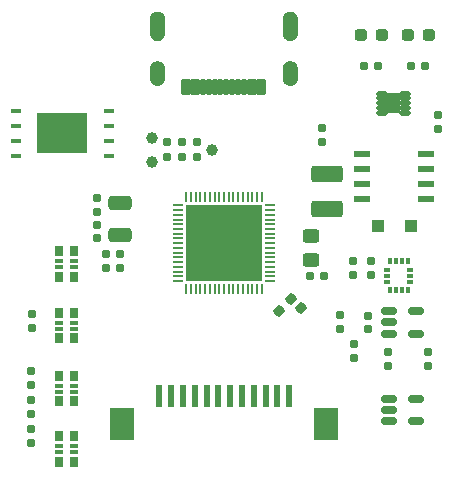
<source format=gts>
G04 #@! TF.GenerationSoftware,KiCad,Pcbnew,8.0.4*
G04 #@! TF.CreationDate,2024-10-04T10:02:04-04:00*
G04 #@! TF.ProjectId,BlueSTM32,426c7565-5354-44d3-9332-2e6b69636164,rev?*
G04 #@! TF.SameCoordinates,Original*
G04 #@! TF.FileFunction,Soldermask,Top*
G04 #@! TF.FilePolarity,Negative*
%FSLAX46Y46*%
G04 Gerber Fmt 4.6, Leading zero omitted, Abs format (unit mm)*
G04 Created by KiCad (PCBNEW 8.0.4) date 2024-10-04 10:02:04*
%MOMM*%
%LPD*%
G01*
G04 APERTURE LIST*
G04 Aperture macros list*
%AMRoundRect*
0 Rectangle with rounded corners*
0 $1 Rounding radius*
0 $2 $3 $4 $5 $6 $7 $8 $9 X,Y pos of 4 corners*
0 Add a 4 corners polygon primitive as box body*
4,1,4,$2,$3,$4,$5,$6,$7,$8,$9,$2,$3,0*
0 Add four circle primitives for the rounded corners*
1,1,$1+$1,$2,$3*
1,1,$1+$1,$4,$5*
1,1,$1+$1,$6,$7*
1,1,$1+$1,$8,$9*
0 Add four rect primitives between the rounded corners*
20,1,$1+$1,$2,$3,$4,$5,0*
20,1,$1+$1,$4,$5,$6,$7,0*
20,1,$1+$1,$6,$7,$8,$9,0*
20,1,$1+$1,$8,$9,$2,$3,0*%
G04 Aperture macros list end*
%ADD10C,0.010000*%
%ADD11RoundRect,0.102000X0.150000X0.550000X-0.150000X0.550000X-0.150000X-0.550000X0.150000X-0.550000X0*%
%ADD12RoundRect,0.102000X0.300000X0.550000X-0.300000X0.550000X-0.300000X-0.550000X0.300000X-0.550000X0*%
%ADD13RoundRect,0.102000X-0.380000X-0.110000X0.380000X-0.110000X0.380000X0.110000X-0.380000X0.110000X0*%
%ADD14RoundRect,0.102000X-0.450000X-0.750000X0.450000X-0.750000X0.450000X0.750000X-0.450000X0.750000X0*%
%ADD15RoundRect,0.155000X-0.212500X-0.155000X0.212500X-0.155000X0.212500X0.155000X-0.212500X0.155000X0*%
%ADD16R,0.736600X0.965200*%
%ADD17R,0.736600X0.355600*%
%ADD18RoundRect,0.250000X0.300000X0.300000X-0.300000X0.300000X-0.300000X-0.300000X0.300000X-0.300000X0*%
%ADD19RoundRect,0.062500X-0.400000X-0.062500X0.400000X-0.062500X0.400000X0.062500X-0.400000X0.062500X0*%
%ADD20RoundRect,0.062500X-0.062500X-0.400000X0.062500X-0.400000X0.062500X0.400000X-0.062500X0.400000X0*%
%ADD21R,6.400000X6.400000*%
%ADD22RoundRect,0.160000X-0.160000X0.197500X-0.160000X-0.197500X0.160000X-0.197500X0.160000X0.197500X0*%
%ADD23RoundRect,0.155000X0.155000X-0.212500X0.155000X0.212500X-0.155000X0.212500X-0.155000X-0.212500X0*%
%ADD24RoundRect,0.200000X-0.017678X-0.300520X0.300520X0.017678X0.017678X0.300520X-0.300520X-0.017678X0*%
%ADD25RoundRect,0.150000X-0.512500X-0.150000X0.512500X-0.150000X0.512500X0.150000X-0.512500X0.150000X0*%
%ADD26RoundRect,0.250001X-1.074999X0.462499X-1.074999X-0.462499X1.074999X-0.462499X1.074999X0.462499X0*%
%ADD27C,0.990600*%
%ADD28C,0.787400*%
%ADD29RoundRect,0.160000X0.197500X0.160000X-0.197500X0.160000X-0.197500X-0.160000X0.197500X-0.160000X0*%
%ADD30RoundRect,0.300000X-0.700000X0.300000X-0.700000X-0.300000X0.700000X-0.300000X0.700000X0.300000X0*%
%ADD31R,0.351536X0.576580*%
%ADD32R,0.576580X0.351536*%
%ADD33RoundRect,0.250000X-0.450000X0.325000X-0.450000X-0.325000X0.450000X-0.325000X0.450000X0.325000X0*%
%ADD34R,0.863600X0.431800*%
%ADD35R,4.343400X3.454400*%
%ADD36R,1.460500X0.533400*%
%ADD37RoundRect,0.160000X0.160000X-0.197500X0.160000X0.197500X-0.160000X0.197500X-0.160000X-0.197500X0*%
%ADD38R,0.600000X1.900000*%
%ADD39R,2.100000X2.799999*%
%ADD40RoundRect,0.237500X-0.287500X-0.237500X0.287500X-0.237500X0.287500X0.237500X-0.287500X0.237500X0*%
%ADD41RoundRect,0.155000X-0.155000X0.212500X-0.155000X-0.212500X0.155000X-0.212500X0.155000X0.212500X0*%
G04 APERTURE END LIST*
D10*
X164361000Y-100401000D02*
X164393000Y-100403000D01*
X164424000Y-100407000D01*
X164455000Y-100413000D01*
X164485000Y-100420000D01*
X164515000Y-100429000D01*
X164545000Y-100440000D01*
X164574000Y-100452000D01*
X164602000Y-100465000D01*
X164630000Y-100480000D01*
X164657000Y-100497000D01*
X164683000Y-100515000D01*
X164708000Y-100534000D01*
X164731000Y-100554000D01*
X164754000Y-100576000D01*
X164776000Y-100599000D01*
X164796000Y-100622000D01*
X164815000Y-100647000D01*
X164833000Y-100673000D01*
X164850000Y-100700000D01*
X164865000Y-100728000D01*
X164878000Y-100756000D01*
X164890000Y-100785000D01*
X164901000Y-100815000D01*
X164910000Y-100845000D01*
X164917000Y-100875000D01*
X164923000Y-100906000D01*
X164927000Y-100937000D01*
X164929000Y-100969000D01*
X164930000Y-101000000D01*
X164930000Y-101600000D01*
X164930000Y-102200000D01*
X164929000Y-102231000D01*
X164927000Y-102263000D01*
X164923000Y-102294000D01*
X164917000Y-102325000D01*
X164910000Y-102355000D01*
X164901000Y-102385000D01*
X164890000Y-102415000D01*
X164878000Y-102444000D01*
X164865000Y-102472000D01*
X164850000Y-102500000D01*
X164833000Y-102527000D01*
X164815000Y-102553000D01*
X164796000Y-102578000D01*
X164776000Y-102601000D01*
X164754000Y-102624000D01*
X164731000Y-102646000D01*
X164708000Y-102666000D01*
X164683000Y-102685000D01*
X164657000Y-102703000D01*
X164630000Y-102720000D01*
X164602000Y-102735000D01*
X164574000Y-102748000D01*
X164545000Y-102760000D01*
X164515000Y-102771000D01*
X164485000Y-102780000D01*
X164455000Y-102787000D01*
X164424000Y-102793000D01*
X164393000Y-102797000D01*
X164361000Y-102799000D01*
X164330000Y-102800000D01*
X164299000Y-102799000D01*
X164267000Y-102797000D01*
X164236000Y-102793000D01*
X164205000Y-102787000D01*
X164175000Y-102780000D01*
X164145000Y-102771000D01*
X164115000Y-102760000D01*
X164086000Y-102748000D01*
X164058000Y-102735000D01*
X164030000Y-102720000D01*
X164003000Y-102703000D01*
X163977000Y-102685000D01*
X163952000Y-102666000D01*
X163929000Y-102646000D01*
X163906000Y-102624000D01*
X163884000Y-102601000D01*
X163864000Y-102578000D01*
X163845000Y-102553000D01*
X163827000Y-102527000D01*
X163810000Y-102500000D01*
X163795000Y-102472000D01*
X163782000Y-102444000D01*
X163770000Y-102415000D01*
X163759000Y-102385000D01*
X163750000Y-102355000D01*
X163743000Y-102325000D01*
X163737000Y-102294000D01*
X163733000Y-102263000D01*
X163731000Y-102231000D01*
X163730000Y-102200000D01*
X163730000Y-101600000D01*
X163730000Y-101000000D01*
X163731000Y-100969000D01*
X163733000Y-100937000D01*
X163737000Y-100906000D01*
X163743000Y-100875000D01*
X163750000Y-100845000D01*
X163759000Y-100815000D01*
X163770000Y-100785000D01*
X163782000Y-100756000D01*
X163795000Y-100728000D01*
X163810000Y-100700000D01*
X163827000Y-100673000D01*
X163845000Y-100647000D01*
X163864000Y-100622000D01*
X163884000Y-100599000D01*
X163906000Y-100576000D01*
X163929000Y-100554000D01*
X163952000Y-100534000D01*
X163977000Y-100515000D01*
X164003000Y-100497000D01*
X164030000Y-100480000D01*
X164058000Y-100465000D01*
X164086000Y-100452000D01*
X164115000Y-100440000D01*
X164145000Y-100429000D01*
X164175000Y-100420000D01*
X164205000Y-100413000D01*
X164236000Y-100407000D01*
X164267000Y-100403000D01*
X164299000Y-100401000D01*
X164330000Y-100400000D01*
X164361000Y-100401000D01*
G36*
X164361000Y-100401000D02*
G01*
X164393000Y-100403000D01*
X164424000Y-100407000D01*
X164455000Y-100413000D01*
X164485000Y-100420000D01*
X164515000Y-100429000D01*
X164545000Y-100440000D01*
X164574000Y-100452000D01*
X164602000Y-100465000D01*
X164630000Y-100480000D01*
X164657000Y-100497000D01*
X164683000Y-100515000D01*
X164708000Y-100534000D01*
X164731000Y-100554000D01*
X164754000Y-100576000D01*
X164776000Y-100599000D01*
X164796000Y-100622000D01*
X164815000Y-100647000D01*
X164833000Y-100673000D01*
X164850000Y-100700000D01*
X164865000Y-100728000D01*
X164878000Y-100756000D01*
X164890000Y-100785000D01*
X164901000Y-100815000D01*
X164910000Y-100845000D01*
X164917000Y-100875000D01*
X164923000Y-100906000D01*
X164927000Y-100937000D01*
X164929000Y-100969000D01*
X164930000Y-101000000D01*
X164930000Y-101600000D01*
X164930000Y-102200000D01*
X164929000Y-102231000D01*
X164927000Y-102263000D01*
X164923000Y-102294000D01*
X164917000Y-102325000D01*
X164910000Y-102355000D01*
X164901000Y-102385000D01*
X164890000Y-102415000D01*
X164878000Y-102444000D01*
X164865000Y-102472000D01*
X164850000Y-102500000D01*
X164833000Y-102527000D01*
X164815000Y-102553000D01*
X164796000Y-102578000D01*
X164776000Y-102601000D01*
X164754000Y-102624000D01*
X164731000Y-102646000D01*
X164708000Y-102666000D01*
X164683000Y-102685000D01*
X164657000Y-102703000D01*
X164630000Y-102720000D01*
X164602000Y-102735000D01*
X164574000Y-102748000D01*
X164545000Y-102760000D01*
X164515000Y-102771000D01*
X164485000Y-102780000D01*
X164455000Y-102787000D01*
X164424000Y-102793000D01*
X164393000Y-102797000D01*
X164361000Y-102799000D01*
X164330000Y-102800000D01*
X164299000Y-102799000D01*
X164267000Y-102797000D01*
X164236000Y-102793000D01*
X164205000Y-102787000D01*
X164175000Y-102780000D01*
X164145000Y-102771000D01*
X164115000Y-102760000D01*
X164086000Y-102748000D01*
X164058000Y-102735000D01*
X164030000Y-102720000D01*
X164003000Y-102703000D01*
X163977000Y-102685000D01*
X163952000Y-102666000D01*
X163929000Y-102646000D01*
X163906000Y-102624000D01*
X163884000Y-102601000D01*
X163864000Y-102578000D01*
X163845000Y-102553000D01*
X163827000Y-102527000D01*
X163810000Y-102500000D01*
X163795000Y-102472000D01*
X163782000Y-102444000D01*
X163770000Y-102415000D01*
X163759000Y-102385000D01*
X163750000Y-102355000D01*
X163743000Y-102325000D01*
X163737000Y-102294000D01*
X163733000Y-102263000D01*
X163731000Y-102231000D01*
X163730000Y-102200000D01*
X163730000Y-101600000D01*
X163730000Y-101000000D01*
X163731000Y-100969000D01*
X163733000Y-100937000D01*
X163737000Y-100906000D01*
X163743000Y-100875000D01*
X163750000Y-100845000D01*
X163759000Y-100815000D01*
X163770000Y-100785000D01*
X163782000Y-100756000D01*
X163795000Y-100728000D01*
X163810000Y-100700000D01*
X163827000Y-100673000D01*
X163845000Y-100647000D01*
X163864000Y-100622000D01*
X163884000Y-100599000D01*
X163906000Y-100576000D01*
X163929000Y-100554000D01*
X163952000Y-100534000D01*
X163977000Y-100515000D01*
X164003000Y-100497000D01*
X164030000Y-100480000D01*
X164058000Y-100465000D01*
X164086000Y-100452000D01*
X164115000Y-100440000D01*
X164145000Y-100429000D01*
X164175000Y-100420000D01*
X164205000Y-100413000D01*
X164236000Y-100407000D01*
X164267000Y-100403000D01*
X164299000Y-100401000D01*
X164330000Y-100400000D01*
X164361000Y-100401000D01*
G37*
X175601000Y-104601000D02*
X175633000Y-104603000D01*
X175664000Y-104607000D01*
X175695000Y-104613000D01*
X175725000Y-104620000D01*
X175755000Y-104629000D01*
X175785000Y-104640000D01*
X175814000Y-104652000D01*
X175842000Y-104665000D01*
X175870000Y-104680000D01*
X175897000Y-104697000D01*
X175923000Y-104715000D01*
X175948000Y-104734000D01*
X175971000Y-104754000D01*
X175994000Y-104776000D01*
X176016000Y-104799000D01*
X176036000Y-104822000D01*
X176055000Y-104847000D01*
X176073000Y-104873000D01*
X176090000Y-104900000D01*
X176105000Y-104928000D01*
X176118000Y-104956000D01*
X176130000Y-104985000D01*
X176141000Y-105015000D01*
X176150000Y-105045000D01*
X176157000Y-105075000D01*
X176163000Y-105106000D01*
X176167000Y-105137000D01*
X176169000Y-105169000D01*
X176170000Y-105200000D01*
X176170000Y-106000000D01*
X176169000Y-106031000D01*
X176167000Y-106063000D01*
X176163000Y-106094000D01*
X176157000Y-106125000D01*
X176150000Y-106155000D01*
X176141000Y-106185000D01*
X176130000Y-106215000D01*
X176118000Y-106244000D01*
X176105000Y-106272000D01*
X176090000Y-106300000D01*
X176073000Y-106327000D01*
X176055000Y-106353000D01*
X176036000Y-106378000D01*
X176016000Y-106401000D01*
X175994000Y-106424000D01*
X175971000Y-106446000D01*
X175948000Y-106466000D01*
X175923000Y-106485000D01*
X175897000Y-106503000D01*
X175870000Y-106520000D01*
X175842000Y-106535000D01*
X175814000Y-106548000D01*
X175785000Y-106560000D01*
X175755000Y-106571000D01*
X175725000Y-106580000D01*
X175695000Y-106587000D01*
X175664000Y-106593000D01*
X175633000Y-106597000D01*
X175601000Y-106599000D01*
X175570000Y-106600000D01*
X175539000Y-106599000D01*
X175507000Y-106597000D01*
X175476000Y-106593000D01*
X175445000Y-106587000D01*
X175415000Y-106580000D01*
X175385000Y-106571000D01*
X175355000Y-106560000D01*
X175326000Y-106548000D01*
X175298000Y-106535000D01*
X175270000Y-106520000D01*
X175243000Y-106503000D01*
X175217000Y-106485000D01*
X175192000Y-106466000D01*
X175169000Y-106446000D01*
X175146000Y-106424000D01*
X175124000Y-106401000D01*
X175104000Y-106378000D01*
X175085000Y-106353000D01*
X175067000Y-106327000D01*
X175050000Y-106300000D01*
X175035000Y-106272000D01*
X175022000Y-106244000D01*
X175010000Y-106215000D01*
X174999000Y-106185000D01*
X174990000Y-106155000D01*
X174983000Y-106125000D01*
X174977000Y-106094000D01*
X174973000Y-106063000D01*
X174971000Y-106031000D01*
X174970000Y-106000000D01*
X174970000Y-105200000D01*
X174971000Y-105169000D01*
X174973000Y-105137000D01*
X174977000Y-105106000D01*
X174983000Y-105075000D01*
X174990000Y-105045000D01*
X174999000Y-105015000D01*
X175010000Y-104985000D01*
X175022000Y-104956000D01*
X175035000Y-104928000D01*
X175050000Y-104900000D01*
X175067000Y-104873000D01*
X175085000Y-104847000D01*
X175104000Y-104822000D01*
X175124000Y-104799000D01*
X175146000Y-104776000D01*
X175169000Y-104754000D01*
X175192000Y-104734000D01*
X175217000Y-104715000D01*
X175243000Y-104697000D01*
X175270000Y-104680000D01*
X175298000Y-104665000D01*
X175326000Y-104652000D01*
X175355000Y-104640000D01*
X175385000Y-104629000D01*
X175415000Y-104620000D01*
X175445000Y-104613000D01*
X175476000Y-104607000D01*
X175507000Y-104603000D01*
X175539000Y-104601000D01*
X175570000Y-104600000D01*
X175601000Y-104601000D01*
G36*
X175601000Y-104601000D02*
G01*
X175633000Y-104603000D01*
X175664000Y-104607000D01*
X175695000Y-104613000D01*
X175725000Y-104620000D01*
X175755000Y-104629000D01*
X175785000Y-104640000D01*
X175814000Y-104652000D01*
X175842000Y-104665000D01*
X175870000Y-104680000D01*
X175897000Y-104697000D01*
X175923000Y-104715000D01*
X175948000Y-104734000D01*
X175971000Y-104754000D01*
X175994000Y-104776000D01*
X176016000Y-104799000D01*
X176036000Y-104822000D01*
X176055000Y-104847000D01*
X176073000Y-104873000D01*
X176090000Y-104900000D01*
X176105000Y-104928000D01*
X176118000Y-104956000D01*
X176130000Y-104985000D01*
X176141000Y-105015000D01*
X176150000Y-105045000D01*
X176157000Y-105075000D01*
X176163000Y-105106000D01*
X176167000Y-105137000D01*
X176169000Y-105169000D01*
X176170000Y-105200000D01*
X176170000Y-106000000D01*
X176169000Y-106031000D01*
X176167000Y-106063000D01*
X176163000Y-106094000D01*
X176157000Y-106125000D01*
X176150000Y-106155000D01*
X176141000Y-106185000D01*
X176130000Y-106215000D01*
X176118000Y-106244000D01*
X176105000Y-106272000D01*
X176090000Y-106300000D01*
X176073000Y-106327000D01*
X176055000Y-106353000D01*
X176036000Y-106378000D01*
X176016000Y-106401000D01*
X175994000Y-106424000D01*
X175971000Y-106446000D01*
X175948000Y-106466000D01*
X175923000Y-106485000D01*
X175897000Y-106503000D01*
X175870000Y-106520000D01*
X175842000Y-106535000D01*
X175814000Y-106548000D01*
X175785000Y-106560000D01*
X175755000Y-106571000D01*
X175725000Y-106580000D01*
X175695000Y-106587000D01*
X175664000Y-106593000D01*
X175633000Y-106597000D01*
X175601000Y-106599000D01*
X175570000Y-106600000D01*
X175539000Y-106599000D01*
X175507000Y-106597000D01*
X175476000Y-106593000D01*
X175445000Y-106587000D01*
X175415000Y-106580000D01*
X175385000Y-106571000D01*
X175355000Y-106560000D01*
X175326000Y-106548000D01*
X175298000Y-106535000D01*
X175270000Y-106520000D01*
X175243000Y-106503000D01*
X175217000Y-106485000D01*
X175192000Y-106466000D01*
X175169000Y-106446000D01*
X175146000Y-106424000D01*
X175124000Y-106401000D01*
X175104000Y-106378000D01*
X175085000Y-106353000D01*
X175067000Y-106327000D01*
X175050000Y-106300000D01*
X175035000Y-106272000D01*
X175022000Y-106244000D01*
X175010000Y-106215000D01*
X174999000Y-106185000D01*
X174990000Y-106155000D01*
X174983000Y-106125000D01*
X174977000Y-106094000D01*
X174973000Y-106063000D01*
X174971000Y-106031000D01*
X174970000Y-106000000D01*
X174970000Y-105200000D01*
X174971000Y-105169000D01*
X174973000Y-105137000D01*
X174977000Y-105106000D01*
X174983000Y-105075000D01*
X174990000Y-105045000D01*
X174999000Y-105015000D01*
X175010000Y-104985000D01*
X175022000Y-104956000D01*
X175035000Y-104928000D01*
X175050000Y-104900000D01*
X175067000Y-104873000D01*
X175085000Y-104847000D01*
X175104000Y-104822000D01*
X175124000Y-104799000D01*
X175146000Y-104776000D01*
X175169000Y-104754000D01*
X175192000Y-104734000D01*
X175217000Y-104715000D01*
X175243000Y-104697000D01*
X175270000Y-104680000D01*
X175298000Y-104665000D01*
X175326000Y-104652000D01*
X175355000Y-104640000D01*
X175385000Y-104629000D01*
X175415000Y-104620000D01*
X175445000Y-104613000D01*
X175476000Y-104607000D01*
X175507000Y-104603000D01*
X175539000Y-104601000D01*
X175570000Y-104600000D01*
X175601000Y-104601000D01*
G37*
X175601000Y-100401000D02*
X175633000Y-100403000D01*
X175664000Y-100407000D01*
X175695000Y-100413000D01*
X175725000Y-100420000D01*
X175755000Y-100429000D01*
X175785000Y-100440000D01*
X175814000Y-100452000D01*
X175842000Y-100465000D01*
X175870000Y-100480000D01*
X175897000Y-100497000D01*
X175923000Y-100515000D01*
X175948000Y-100534000D01*
X175971000Y-100554000D01*
X175994000Y-100576000D01*
X176016000Y-100599000D01*
X176036000Y-100622000D01*
X176055000Y-100647000D01*
X176073000Y-100673000D01*
X176090000Y-100700000D01*
X176105000Y-100728000D01*
X176118000Y-100756000D01*
X176130000Y-100785000D01*
X176141000Y-100815000D01*
X176150000Y-100845000D01*
X176157000Y-100875000D01*
X176163000Y-100906000D01*
X176167000Y-100937000D01*
X176169000Y-100969000D01*
X176170000Y-101000000D01*
X176170000Y-102200000D01*
X176169000Y-102231000D01*
X176167000Y-102263000D01*
X176163000Y-102294000D01*
X176157000Y-102325000D01*
X176150000Y-102355000D01*
X176141000Y-102385000D01*
X176130000Y-102415000D01*
X176118000Y-102444000D01*
X176105000Y-102472000D01*
X176090000Y-102500000D01*
X176073000Y-102527000D01*
X176055000Y-102553000D01*
X176036000Y-102578000D01*
X176016000Y-102601000D01*
X175994000Y-102624000D01*
X175971000Y-102646000D01*
X175948000Y-102666000D01*
X175923000Y-102685000D01*
X175897000Y-102703000D01*
X175870000Y-102720000D01*
X175842000Y-102735000D01*
X175814000Y-102748000D01*
X175785000Y-102760000D01*
X175755000Y-102771000D01*
X175725000Y-102780000D01*
X175695000Y-102787000D01*
X175664000Y-102793000D01*
X175633000Y-102797000D01*
X175601000Y-102799000D01*
X175570000Y-102800000D01*
X175539000Y-102799000D01*
X175507000Y-102797000D01*
X175476000Y-102793000D01*
X175445000Y-102787000D01*
X175415000Y-102780000D01*
X175385000Y-102771000D01*
X175355000Y-102760000D01*
X175326000Y-102748000D01*
X175298000Y-102735000D01*
X175270000Y-102720000D01*
X175243000Y-102703000D01*
X175217000Y-102685000D01*
X175192000Y-102666000D01*
X175169000Y-102646000D01*
X175146000Y-102624000D01*
X175124000Y-102601000D01*
X175104000Y-102578000D01*
X175085000Y-102553000D01*
X175067000Y-102527000D01*
X175050000Y-102500000D01*
X175035000Y-102472000D01*
X175022000Y-102444000D01*
X175010000Y-102415000D01*
X174999000Y-102385000D01*
X174990000Y-102355000D01*
X174983000Y-102325000D01*
X174977000Y-102294000D01*
X174973000Y-102263000D01*
X174971000Y-102231000D01*
X174970000Y-102200000D01*
X174970000Y-101000000D01*
X174971000Y-100969000D01*
X174973000Y-100937000D01*
X174977000Y-100906000D01*
X174983000Y-100875000D01*
X174990000Y-100845000D01*
X174999000Y-100815000D01*
X175010000Y-100785000D01*
X175022000Y-100756000D01*
X175035000Y-100728000D01*
X175050000Y-100700000D01*
X175067000Y-100673000D01*
X175085000Y-100647000D01*
X175104000Y-100622000D01*
X175124000Y-100599000D01*
X175146000Y-100576000D01*
X175169000Y-100554000D01*
X175192000Y-100534000D01*
X175217000Y-100515000D01*
X175243000Y-100497000D01*
X175270000Y-100480000D01*
X175298000Y-100465000D01*
X175326000Y-100452000D01*
X175355000Y-100440000D01*
X175385000Y-100429000D01*
X175415000Y-100420000D01*
X175445000Y-100413000D01*
X175476000Y-100407000D01*
X175507000Y-100403000D01*
X175539000Y-100401000D01*
X175570000Y-100400000D01*
X175601000Y-100401000D01*
G36*
X175601000Y-100401000D02*
G01*
X175633000Y-100403000D01*
X175664000Y-100407000D01*
X175695000Y-100413000D01*
X175725000Y-100420000D01*
X175755000Y-100429000D01*
X175785000Y-100440000D01*
X175814000Y-100452000D01*
X175842000Y-100465000D01*
X175870000Y-100480000D01*
X175897000Y-100497000D01*
X175923000Y-100515000D01*
X175948000Y-100534000D01*
X175971000Y-100554000D01*
X175994000Y-100576000D01*
X176016000Y-100599000D01*
X176036000Y-100622000D01*
X176055000Y-100647000D01*
X176073000Y-100673000D01*
X176090000Y-100700000D01*
X176105000Y-100728000D01*
X176118000Y-100756000D01*
X176130000Y-100785000D01*
X176141000Y-100815000D01*
X176150000Y-100845000D01*
X176157000Y-100875000D01*
X176163000Y-100906000D01*
X176167000Y-100937000D01*
X176169000Y-100969000D01*
X176170000Y-101000000D01*
X176170000Y-102200000D01*
X176169000Y-102231000D01*
X176167000Y-102263000D01*
X176163000Y-102294000D01*
X176157000Y-102325000D01*
X176150000Y-102355000D01*
X176141000Y-102385000D01*
X176130000Y-102415000D01*
X176118000Y-102444000D01*
X176105000Y-102472000D01*
X176090000Y-102500000D01*
X176073000Y-102527000D01*
X176055000Y-102553000D01*
X176036000Y-102578000D01*
X176016000Y-102601000D01*
X175994000Y-102624000D01*
X175971000Y-102646000D01*
X175948000Y-102666000D01*
X175923000Y-102685000D01*
X175897000Y-102703000D01*
X175870000Y-102720000D01*
X175842000Y-102735000D01*
X175814000Y-102748000D01*
X175785000Y-102760000D01*
X175755000Y-102771000D01*
X175725000Y-102780000D01*
X175695000Y-102787000D01*
X175664000Y-102793000D01*
X175633000Y-102797000D01*
X175601000Y-102799000D01*
X175570000Y-102800000D01*
X175539000Y-102799000D01*
X175507000Y-102797000D01*
X175476000Y-102793000D01*
X175445000Y-102787000D01*
X175415000Y-102780000D01*
X175385000Y-102771000D01*
X175355000Y-102760000D01*
X175326000Y-102748000D01*
X175298000Y-102735000D01*
X175270000Y-102720000D01*
X175243000Y-102703000D01*
X175217000Y-102685000D01*
X175192000Y-102666000D01*
X175169000Y-102646000D01*
X175146000Y-102624000D01*
X175124000Y-102601000D01*
X175104000Y-102578000D01*
X175085000Y-102553000D01*
X175067000Y-102527000D01*
X175050000Y-102500000D01*
X175035000Y-102472000D01*
X175022000Y-102444000D01*
X175010000Y-102415000D01*
X174999000Y-102385000D01*
X174990000Y-102355000D01*
X174983000Y-102325000D01*
X174977000Y-102294000D01*
X174973000Y-102263000D01*
X174971000Y-102231000D01*
X174970000Y-102200000D01*
X174970000Y-101000000D01*
X174971000Y-100969000D01*
X174973000Y-100937000D01*
X174977000Y-100906000D01*
X174983000Y-100875000D01*
X174990000Y-100845000D01*
X174999000Y-100815000D01*
X175010000Y-100785000D01*
X175022000Y-100756000D01*
X175035000Y-100728000D01*
X175050000Y-100700000D01*
X175067000Y-100673000D01*
X175085000Y-100647000D01*
X175104000Y-100622000D01*
X175124000Y-100599000D01*
X175146000Y-100576000D01*
X175169000Y-100554000D01*
X175192000Y-100534000D01*
X175217000Y-100515000D01*
X175243000Y-100497000D01*
X175270000Y-100480000D01*
X175298000Y-100465000D01*
X175326000Y-100452000D01*
X175355000Y-100440000D01*
X175385000Y-100429000D01*
X175415000Y-100420000D01*
X175445000Y-100413000D01*
X175476000Y-100407000D01*
X175507000Y-100403000D01*
X175539000Y-100401000D01*
X175570000Y-100400000D01*
X175601000Y-100401000D01*
G37*
X164361000Y-104601000D02*
X164393000Y-104603000D01*
X164424000Y-104607000D01*
X164455000Y-104613000D01*
X164485000Y-104620000D01*
X164515000Y-104629000D01*
X164545000Y-104640000D01*
X164574000Y-104652000D01*
X164602000Y-104665000D01*
X164630000Y-104680000D01*
X164657000Y-104697000D01*
X164683000Y-104715000D01*
X164708000Y-104734000D01*
X164731000Y-104754000D01*
X164754000Y-104776000D01*
X164776000Y-104799000D01*
X164796000Y-104822000D01*
X164815000Y-104847000D01*
X164833000Y-104873000D01*
X164850000Y-104900000D01*
X164865000Y-104928000D01*
X164878000Y-104956000D01*
X164890000Y-104985000D01*
X164901000Y-105015000D01*
X164910000Y-105045000D01*
X164917000Y-105075000D01*
X164923000Y-105106000D01*
X164927000Y-105137000D01*
X164929000Y-105169000D01*
X164930000Y-105200000D01*
X164930000Y-106000000D01*
X164929000Y-106031000D01*
X164927000Y-106063000D01*
X164923000Y-106094000D01*
X164917000Y-106125000D01*
X164910000Y-106155000D01*
X164901000Y-106185000D01*
X164890000Y-106215000D01*
X164878000Y-106244000D01*
X164865000Y-106272000D01*
X164850000Y-106300000D01*
X164833000Y-106327000D01*
X164815000Y-106353000D01*
X164796000Y-106378000D01*
X164776000Y-106401000D01*
X164754000Y-106424000D01*
X164731000Y-106446000D01*
X164708000Y-106466000D01*
X164683000Y-106485000D01*
X164657000Y-106503000D01*
X164630000Y-106520000D01*
X164602000Y-106535000D01*
X164574000Y-106548000D01*
X164545000Y-106560000D01*
X164515000Y-106571000D01*
X164485000Y-106580000D01*
X164455000Y-106587000D01*
X164424000Y-106593000D01*
X164393000Y-106597000D01*
X164361000Y-106599000D01*
X164330000Y-106600000D01*
X164299000Y-106599000D01*
X164267000Y-106597000D01*
X164236000Y-106593000D01*
X164205000Y-106587000D01*
X164175000Y-106580000D01*
X164145000Y-106571000D01*
X164115000Y-106560000D01*
X164086000Y-106548000D01*
X164058000Y-106535000D01*
X164030000Y-106520000D01*
X164003000Y-106503000D01*
X163977000Y-106485000D01*
X163952000Y-106466000D01*
X163929000Y-106446000D01*
X163906000Y-106424000D01*
X163884000Y-106401000D01*
X163864000Y-106378000D01*
X163845000Y-106353000D01*
X163827000Y-106327000D01*
X163810000Y-106300000D01*
X163795000Y-106272000D01*
X163782000Y-106244000D01*
X163770000Y-106215000D01*
X163759000Y-106185000D01*
X163750000Y-106155000D01*
X163743000Y-106125000D01*
X163737000Y-106094000D01*
X163733000Y-106063000D01*
X163731000Y-106031000D01*
X163730000Y-106000000D01*
X163730000Y-105200000D01*
X163731000Y-105169000D01*
X163733000Y-105137000D01*
X163737000Y-105106000D01*
X163743000Y-105075000D01*
X163750000Y-105045000D01*
X163759000Y-105015000D01*
X163770000Y-104985000D01*
X163782000Y-104956000D01*
X163795000Y-104928000D01*
X163810000Y-104900000D01*
X163827000Y-104873000D01*
X163845000Y-104847000D01*
X163864000Y-104822000D01*
X163884000Y-104799000D01*
X163906000Y-104776000D01*
X163929000Y-104754000D01*
X163952000Y-104734000D01*
X163977000Y-104715000D01*
X164003000Y-104697000D01*
X164030000Y-104680000D01*
X164058000Y-104665000D01*
X164086000Y-104652000D01*
X164115000Y-104640000D01*
X164145000Y-104629000D01*
X164175000Y-104620000D01*
X164205000Y-104613000D01*
X164236000Y-104607000D01*
X164267000Y-104603000D01*
X164299000Y-104601000D01*
X164330000Y-104600000D01*
X164361000Y-104601000D01*
G36*
X164361000Y-104601000D02*
G01*
X164393000Y-104603000D01*
X164424000Y-104607000D01*
X164455000Y-104613000D01*
X164485000Y-104620000D01*
X164515000Y-104629000D01*
X164545000Y-104640000D01*
X164574000Y-104652000D01*
X164602000Y-104665000D01*
X164630000Y-104680000D01*
X164657000Y-104697000D01*
X164683000Y-104715000D01*
X164708000Y-104734000D01*
X164731000Y-104754000D01*
X164754000Y-104776000D01*
X164776000Y-104799000D01*
X164796000Y-104822000D01*
X164815000Y-104847000D01*
X164833000Y-104873000D01*
X164850000Y-104900000D01*
X164865000Y-104928000D01*
X164878000Y-104956000D01*
X164890000Y-104985000D01*
X164901000Y-105015000D01*
X164910000Y-105045000D01*
X164917000Y-105075000D01*
X164923000Y-105106000D01*
X164927000Y-105137000D01*
X164929000Y-105169000D01*
X164930000Y-105200000D01*
X164930000Y-106000000D01*
X164929000Y-106031000D01*
X164927000Y-106063000D01*
X164923000Y-106094000D01*
X164917000Y-106125000D01*
X164910000Y-106155000D01*
X164901000Y-106185000D01*
X164890000Y-106215000D01*
X164878000Y-106244000D01*
X164865000Y-106272000D01*
X164850000Y-106300000D01*
X164833000Y-106327000D01*
X164815000Y-106353000D01*
X164796000Y-106378000D01*
X164776000Y-106401000D01*
X164754000Y-106424000D01*
X164731000Y-106446000D01*
X164708000Y-106466000D01*
X164683000Y-106485000D01*
X164657000Y-106503000D01*
X164630000Y-106520000D01*
X164602000Y-106535000D01*
X164574000Y-106548000D01*
X164545000Y-106560000D01*
X164515000Y-106571000D01*
X164485000Y-106580000D01*
X164455000Y-106587000D01*
X164424000Y-106593000D01*
X164393000Y-106597000D01*
X164361000Y-106599000D01*
X164330000Y-106600000D01*
X164299000Y-106599000D01*
X164267000Y-106597000D01*
X164236000Y-106593000D01*
X164205000Y-106587000D01*
X164175000Y-106580000D01*
X164145000Y-106571000D01*
X164115000Y-106560000D01*
X164086000Y-106548000D01*
X164058000Y-106535000D01*
X164030000Y-106520000D01*
X164003000Y-106503000D01*
X163977000Y-106485000D01*
X163952000Y-106466000D01*
X163929000Y-106446000D01*
X163906000Y-106424000D01*
X163884000Y-106401000D01*
X163864000Y-106378000D01*
X163845000Y-106353000D01*
X163827000Y-106327000D01*
X163810000Y-106300000D01*
X163795000Y-106272000D01*
X163782000Y-106244000D01*
X163770000Y-106215000D01*
X163759000Y-106185000D01*
X163750000Y-106155000D01*
X163743000Y-106125000D01*
X163737000Y-106094000D01*
X163733000Y-106063000D01*
X163731000Y-106031000D01*
X163730000Y-106000000D01*
X163730000Y-105200000D01*
X163731000Y-105169000D01*
X163733000Y-105137000D01*
X163737000Y-105106000D01*
X163743000Y-105075000D01*
X163750000Y-105045000D01*
X163759000Y-105015000D01*
X163770000Y-104985000D01*
X163782000Y-104956000D01*
X163795000Y-104928000D01*
X163810000Y-104900000D01*
X163827000Y-104873000D01*
X163845000Y-104847000D01*
X163864000Y-104822000D01*
X163884000Y-104799000D01*
X163906000Y-104776000D01*
X163929000Y-104754000D01*
X163952000Y-104734000D01*
X163977000Y-104715000D01*
X164003000Y-104697000D01*
X164030000Y-104680000D01*
X164058000Y-104665000D01*
X164086000Y-104652000D01*
X164115000Y-104640000D01*
X164145000Y-104629000D01*
X164175000Y-104620000D01*
X164205000Y-104613000D01*
X164236000Y-104607000D01*
X164267000Y-104603000D01*
X164299000Y-104601000D01*
X164330000Y-104600000D01*
X164361000Y-104601000D01*
G37*
D11*
X171700000Y-106750000D03*
X170700000Y-106750000D03*
X169200000Y-106750000D03*
X168200000Y-106750000D03*
D12*
X167550000Y-106750000D03*
X166750000Y-106750000D03*
D11*
X168700000Y-106750000D03*
X169700000Y-106750000D03*
X170200000Y-106750000D03*
X171200000Y-106750000D03*
D12*
X172350000Y-106750000D03*
X173150000Y-106750000D03*
D13*
X183347500Y-107350000D03*
X183347500Y-107750000D03*
X183347500Y-108150000D03*
X183347500Y-108550000D03*
X183347500Y-108950000D03*
X185317500Y-108950000D03*
X185317500Y-108550000D03*
X185317500Y-108150000D03*
X185317500Y-107750000D03*
X185317500Y-107350000D03*
D14*
X184332500Y-108150000D03*
D15*
X177312500Y-122770000D03*
X178447500Y-122770000D03*
D16*
X156000000Y-131240500D03*
D17*
X156000000Y-132070000D03*
X156000000Y-132570000D03*
D16*
X156000000Y-133399500D03*
X157270000Y-133399500D03*
D17*
X157270000Y-132570000D03*
X157270000Y-132070000D03*
D16*
X157270000Y-131240500D03*
D18*
X185840000Y-118520000D03*
X183040000Y-118520000D03*
D19*
X166112500Y-116800000D03*
X166112500Y-117200000D03*
X166112500Y-117600000D03*
X166112500Y-118000000D03*
X166112500Y-118400000D03*
X166112500Y-118800000D03*
X166112500Y-119200000D03*
X166112500Y-119600000D03*
X166112500Y-120000000D03*
X166112500Y-120400000D03*
X166112500Y-120800000D03*
X166112500Y-121200000D03*
X166112500Y-121600000D03*
X166112500Y-122000000D03*
X166112500Y-122400000D03*
X166112500Y-122800000D03*
X166112500Y-123200000D03*
D20*
X166800000Y-123887500D03*
X167200000Y-123887500D03*
X167600000Y-123887500D03*
X168000000Y-123887500D03*
X168400000Y-123887500D03*
X168800000Y-123887500D03*
X169200000Y-123887500D03*
X169600000Y-123887500D03*
X170000000Y-123887500D03*
X170400000Y-123887500D03*
X170800000Y-123887500D03*
X171200000Y-123887500D03*
X171600000Y-123887500D03*
X172000000Y-123887500D03*
X172400000Y-123887500D03*
X172800000Y-123887500D03*
X173200000Y-123887500D03*
D19*
X173887500Y-123200000D03*
X173887500Y-122800000D03*
X173887500Y-122400000D03*
X173887500Y-122000000D03*
X173887500Y-121600000D03*
X173887500Y-121200000D03*
X173887500Y-120800000D03*
X173887500Y-120400000D03*
X173887500Y-120000000D03*
X173887500Y-119600000D03*
X173887500Y-119200000D03*
X173887500Y-118800000D03*
X173887500Y-118400000D03*
X173887500Y-118000000D03*
X173887500Y-117600000D03*
X173887500Y-117200000D03*
X173887500Y-116800000D03*
D20*
X173200000Y-116112500D03*
X172800000Y-116112500D03*
X172400000Y-116112500D03*
X172000000Y-116112500D03*
X171600000Y-116112500D03*
X171200000Y-116112500D03*
X170800000Y-116112500D03*
X170400000Y-116112500D03*
X170000000Y-116112500D03*
X169600000Y-116112500D03*
X169200000Y-116112500D03*
X168800000Y-116112500D03*
X168400000Y-116112500D03*
X168000000Y-116112500D03*
X167600000Y-116112500D03*
X167200000Y-116112500D03*
X166800000Y-116112500D03*
D21*
X170000000Y-120000000D03*
D22*
X182460000Y-121542500D03*
X182460000Y-122737500D03*
X153695000Y-130842500D03*
X153695000Y-132037500D03*
D23*
X159240000Y-119597500D03*
X159240000Y-118462500D03*
D22*
X180950000Y-121542500D03*
X180950000Y-122737500D03*
D24*
X174688440Y-125723744D03*
X176491561Y-125476256D03*
X175713745Y-124698440D03*
D25*
X184005000Y-133190000D03*
X184005000Y-134140000D03*
X184005000Y-135090000D03*
X186280000Y-135090000D03*
X186280000Y-133190000D03*
D16*
X156000000Y-136360500D03*
D17*
X156000000Y-137190000D03*
X156000000Y-137690000D03*
D16*
X156000000Y-138519500D03*
X157270000Y-138519500D03*
D17*
X157270000Y-137690000D03*
X157270000Y-137190000D03*
D16*
X157270000Y-136360500D03*
D25*
X183995000Y-125760000D03*
X183995000Y-126710000D03*
X183995000Y-127660000D03*
X186270000Y-127660000D03*
X186270000Y-125760000D03*
D26*
X178732500Y-114152500D03*
X178732500Y-117127500D03*
D22*
X183852500Y-129205000D03*
X183852500Y-130400000D03*
X178270000Y-110242500D03*
X178270000Y-111437500D03*
D27*
X168960000Y-112110000D03*
X163880000Y-113126000D03*
X163880000Y-111094000D03*
D28*
X167690000Y-111475000D03*
X167690000Y-112745000D03*
X166420000Y-111475000D03*
X166420000Y-112745000D03*
X165150000Y-111475000D03*
X165150000Y-112745000D03*
D29*
X183060000Y-105000000D03*
X181865000Y-105000000D03*
D30*
X161160000Y-116580000D03*
X161160000Y-119280000D03*
D31*
X184043699Y-123970300D03*
X184543700Y-123970300D03*
X185043700Y-123970300D03*
X185543701Y-123970300D03*
D32*
X185750000Y-123259999D03*
X185750000Y-122760000D03*
X185750000Y-122260001D03*
D31*
X185543701Y-121549700D03*
X185043700Y-121549700D03*
X184543700Y-121549700D03*
X184043699Y-121549700D03*
D32*
X183837400Y-122260001D03*
X183837400Y-122760000D03*
X183837400Y-123259999D03*
D22*
X161180000Y-120882500D03*
X161180000Y-122077500D03*
X153715000Y-125992500D03*
X153715000Y-127187500D03*
D33*
X177350000Y-119375000D03*
X177350000Y-121425000D03*
D34*
X152381400Y-108790000D03*
X152381400Y-110060000D03*
X152381400Y-111330000D03*
X152381400Y-112600000D03*
X160230000Y-112600000D03*
X160230000Y-111330000D03*
X160230000Y-110060000D03*
X160230000Y-108790000D03*
D35*
X156305700Y-110695000D03*
D36*
X181648350Y-112485000D03*
X181648350Y-113755000D03*
X181648350Y-115025000D03*
X181648350Y-116295000D03*
X187096650Y-116295000D03*
X187096650Y-115025000D03*
X187096650Y-113755000D03*
X187096650Y-112485000D03*
D37*
X179802500Y-127310000D03*
X179802500Y-126115000D03*
D16*
X156005000Y-120691000D03*
D17*
X156005000Y-121520500D03*
X156005000Y-122020500D03*
D16*
X156005000Y-122850000D03*
X157275000Y-122850000D03*
D17*
X157275000Y-122020500D03*
X157275000Y-121520500D03*
D16*
X157275000Y-120691000D03*
D23*
X182152500Y-127280000D03*
X182152500Y-126145000D03*
D22*
X159990000Y-120882500D03*
X159990000Y-122077500D03*
D23*
X181032500Y-129690000D03*
X181032500Y-128555000D03*
D22*
X153665000Y-133272500D03*
X153665000Y-134467500D03*
D38*
X164530011Y-132980351D03*
X165530012Y-132980351D03*
X166530012Y-132980351D03*
X167530010Y-132980351D03*
X168530011Y-132980351D03*
X169530011Y-132980351D03*
X170530012Y-132980351D03*
X171530010Y-132980351D03*
X172530010Y-132980351D03*
X173530011Y-132980351D03*
X174530011Y-132980351D03*
X175530012Y-132980351D03*
D39*
X161380011Y-135330352D03*
X178679989Y-135330352D03*
D40*
X185602500Y-102400000D03*
X187352500Y-102400000D03*
D16*
X156000000Y-125910500D03*
D17*
X156000000Y-126740000D03*
X156000000Y-127240000D03*
D16*
X156000000Y-128069500D03*
X157270000Y-128069500D03*
D17*
X157270000Y-127240000D03*
X157270000Y-126740000D03*
D16*
X157270000Y-125910500D03*
D29*
X187050000Y-105000000D03*
X185855000Y-105000000D03*
D41*
X159240000Y-116192500D03*
X159240000Y-117327500D03*
X187252500Y-129235000D03*
X187252500Y-130370000D03*
D22*
X188090000Y-109152500D03*
X188090000Y-110347500D03*
D40*
X181592500Y-102400000D03*
X183342500Y-102400000D03*
D22*
X153695000Y-135702500D03*
X153695000Y-136897500D03*
M02*

</source>
